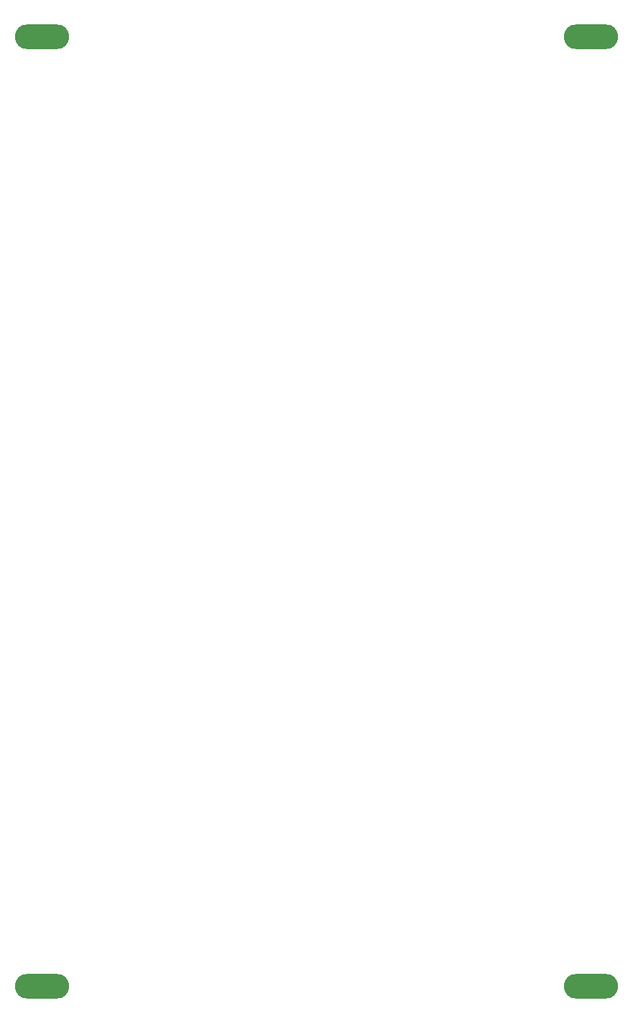
<source format=gts>
G04 #@! TF.GenerationSoftware,KiCad,Pcbnew,(6.0.11-0)*
G04 #@! TF.CreationDate,2023-03-26T21:43:42+01:00*
G04 #@! TF.ProjectId,panel,70616e65-6c2e-46b6-9963-61645f706362,rev?*
G04 #@! TF.SameCoordinates,Original*
G04 #@! TF.FileFunction,Soldermask,Top*
G04 #@! TF.FilePolarity,Negative*
%FSLAX46Y46*%
G04 Gerber Fmt 4.6, Leading zero omitted, Abs format (unit mm)*
G04 Created by KiCad (PCBNEW (6.0.11-0)) date 2023-03-26 21:43:42*
%MOMM*%
%LPD*%
G01*
G04 APERTURE LIST*
%ADD10O,7.000000X3.200000*%
G04 APERTURE END LIST*
D10*
X5080000Y-125500000D03*
X75820000Y-125500000D03*
X75820000Y-3000000D03*
X5080000Y-3000000D03*
M02*

</source>
